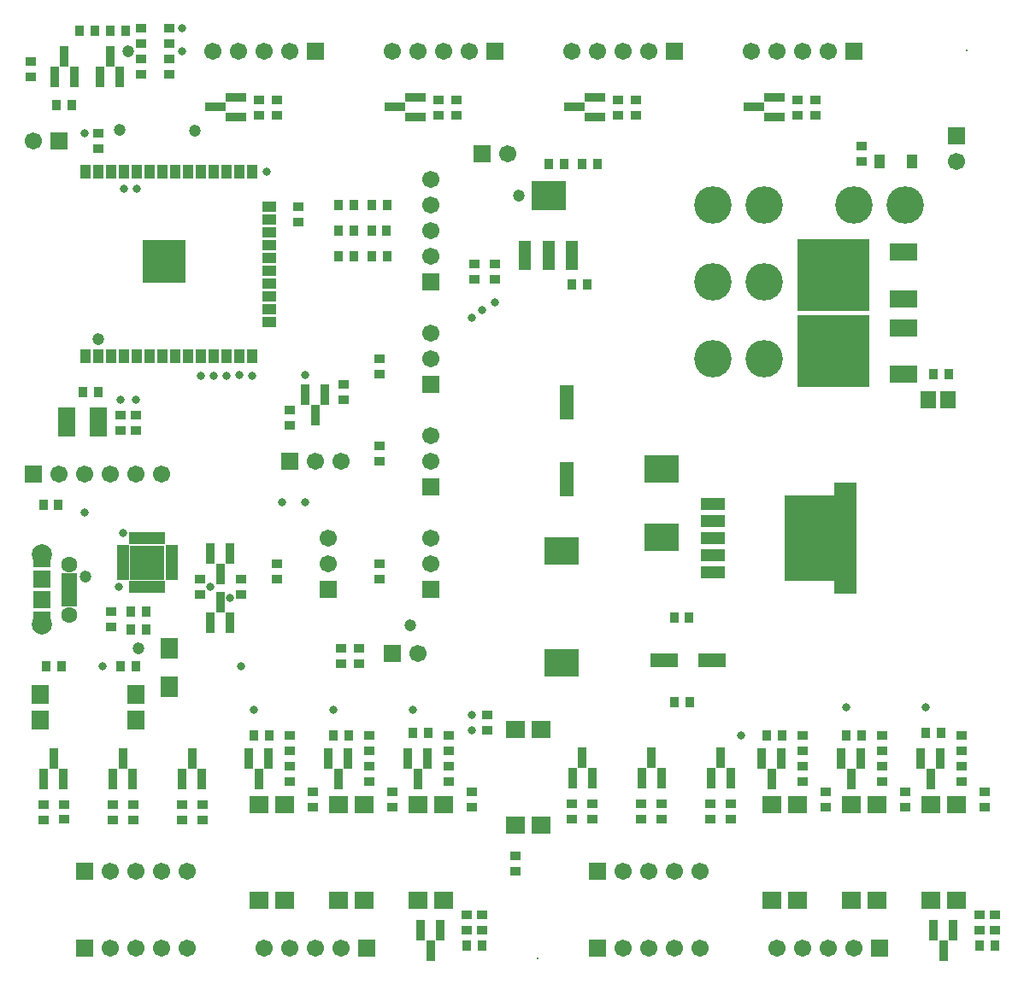
<source format=gts>
G04*
G04 #@! TF.GenerationSoftware,Altium Limited,Altium Designer,18.0.7 (293)*
G04*
G04 Layer_Color=8388736*
%FSLAX23Y23*%
%MOIN*%
G70*
G01*
G75*
%ADD45R,0.069X0.067*%
%ADD46R,0.061X0.026*%
%ADD47R,0.043X0.036*%
%ADD48R,0.138X0.114*%
%ADD49R,0.047X0.114*%
%ADD50R,0.044X0.056*%
%ADD51R,0.138X0.106*%
%ADD52R,0.032X0.079*%
%ADD53R,0.036X0.043*%
%ADD54R,0.284X0.284*%
%ADD55R,0.106X0.067*%
%ADD56R,0.106X0.055*%
%ADD57R,0.063X0.067*%
%ADD58R,0.055X0.134*%
%ADD59R,0.093X0.050*%
%ADD60R,0.283X0.336*%
%ADD61R,0.134X0.110*%
%ADD62R,0.071X0.079*%
%ADD63R,0.067X0.118*%
%ADD64R,0.045X0.020*%
%ADD65R,0.020X0.045*%
%ADD66R,0.132X0.132*%
%ADD67R,0.078X0.068*%
%ADD68R,0.068X0.078*%
%ADD69R,0.079X0.032*%
%ADD70R,0.043X0.055*%
%ADD71R,0.055X0.043*%
%ADD72R,0.165X0.165*%
%ADD73R,0.068X0.068*%
%ADD74R,0.087X0.433*%
%ADD75C,0.079*%
%ADD76C,0.063*%
%ADD77C,0.008*%
%ADD78R,0.067X0.067*%
%ADD79C,0.067*%
%ADD80C,0.146*%
%ADD81R,0.067X0.067*%
%ADD82C,0.032*%
%ADD83C,0.047*%
D45*
X135Y-2340D02*
D03*
Y-2261D02*
D03*
D46*
X240Y-2352D02*
D03*
Y-2326D02*
D03*
Y-2301D02*
D03*
Y-2275D02*
D03*
Y-2249D02*
D03*
D47*
X356Y-580D02*
D03*
Y-521D02*
D03*
X1300Y-2590D02*
D03*
Y-2530D02*
D03*
X1370D02*
D03*
Y-2590D02*
D03*
X3330Y-570D02*
D03*
Y-630D02*
D03*
X1820Y-1030D02*
D03*
Y-1090D02*
D03*
X1900Y-1090D02*
D03*
Y-1030D02*
D03*
X1050Y-2200D02*
D03*
Y-2260D02*
D03*
X1450Y-2200D02*
D03*
Y-2260D02*
D03*
X1450Y-1800D02*
D03*
Y-1740D02*
D03*
X440Y-1680D02*
D03*
Y-1620D02*
D03*
X90Y-300D02*
D03*
Y-241D02*
D03*
X910Y-2260D02*
D03*
Y-2320D02*
D03*
X750Y-2320D02*
D03*
Y-2260D02*
D03*
X405Y-2385D02*
D03*
Y-2445D02*
D03*
X1450Y-1460D02*
D03*
Y-1400D02*
D03*
X630Y-230D02*
D03*
Y-290D02*
D03*
X630Y-170D02*
D03*
Y-110D02*
D03*
X500Y-1680D02*
D03*
Y-1620D02*
D03*
X1136Y-806D02*
D03*
Y-865D02*
D03*
X520Y-230D02*
D03*
Y-290D02*
D03*
X520Y-110D02*
D03*
Y-170D02*
D03*
X1310Y-1500D02*
D03*
Y-1560D02*
D03*
X1100Y-1659D02*
D03*
Y-1600D02*
D03*
X1850Y-3629D02*
D03*
Y-3570D02*
D03*
X1720Y-2990D02*
D03*
Y-3050D02*
D03*
X1410Y-2990D02*
D03*
Y-3050D02*
D03*
X1100Y-2990D02*
D03*
Y-3050D02*
D03*
X1810Y-3090D02*
D03*
Y-3150D02*
D03*
X1720Y-2870D02*
D03*
Y-2930D02*
D03*
X1500Y-3090D02*
D03*
Y-3150D02*
D03*
X1410Y-2870D02*
D03*
Y-2930D02*
D03*
X1190Y-3090D02*
D03*
Y-3150D02*
D03*
X1100Y-2870D02*
D03*
Y-2930D02*
D03*
X1790Y-3629D02*
D03*
Y-3570D02*
D03*
X140Y-3199D02*
D03*
Y-3140D02*
D03*
X410Y-3199D02*
D03*
Y-3140D02*
D03*
X680Y-3199D02*
D03*
Y-3140D02*
D03*
X220Y-3198D02*
D03*
Y-3139D02*
D03*
X490Y-3199D02*
D03*
Y-3140D02*
D03*
X760Y-3199D02*
D03*
Y-3140D02*
D03*
X1980Y-3400D02*
D03*
Y-3340D02*
D03*
X2823Y-3196D02*
D03*
Y-3137D02*
D03*
X2553Y-3196D02*
D03*
Y-3137D02*
D03*
X2743Y-3196D02*
D03*
Y-3137D02*
D03*
X2473Y-3196D02*
D03*
Y-3137D02*
D03*
X2283Y-3195D02*
D03*
Y-3136D02*
D03*
X2203Y-3196D02*
D03*
Y-3137D02*
D03*
X1870Y-2790D02*
D03*
Y-2850D02*
D03*
X3190Y-3090D02*
D03*
Y-3150D02*
D03*
X3100Y-2990D02*
D03*
Y-3050D02*
D03*
X3100Y-2870D02*
D03*
Y-2930D02*
D03*
X3410Y-2990D02*
D03*
Y-3050D02*
D03*
X3500Y-3090D02*
D03*
Y-3150D02*
D03*
X3410Y-2870D02*
D03*
Y-2930D02*
D03*
X3720Y-2990D02*
D03*
Y-3050D02*
D03*
X3850Y-3629D02*
D03*
Y-3570D02*
D03*
X3790Y-3629D02*
D03*
Y-3570D02*
D03*
X3720Y-2870D02*
D03*
Y-2930D02*
D03*
X3810Y-3090D02*
D03*
Y-3150D02*
D03*
X1050Y-450D02*
D03*
Y-390D02*
D03*
X980Y-450D02*
D03*
Y-390D02*
D03*
X1750Y-450D02*
D03*
Y-390D02*
D03*
X1680Y-450D02*
D03*
Y-390D02*
D03*
X2450Y-450D02*
D03*
Y-390D02*
D03*
X2380Y-450D02*
D03*
Y-390D02*
D03*
X3150Y-450D02*
D03*
Y-390D02*
D03*
X3080Y-450D02*
D03*
Y-390D02*
D03*
D48*
X2110Y-764D02*
D03*
D49*
X2201Y-996D02*
D03*
X2110D02*
D03*
X2019D02*
D03*
D50*
X3529Y-630D02*
D03*
X3400D02*
D03*
D51*
X2550Y-1830D02*
D03*
Y-2098D02*
D03*
D52*
X1200Y-1619D02*
D03*
X1163Y-1541D02*
D03*
X1237D02*
D03*
X830Y-2350D02*
D03*
X867Y-2429D02*
D03*
X793D02*
D03*
X830Y-2239D02*
D03*
X793Y-2161D02*
D03*
X867D02*
D03*
X223Y-221D02*
D03*
X260Y-300D02*
D03*
X185D02*
D03*
X400Y-220D02*
D03*
X437Y-299D02*
D03*
X363D02*
D03*
X1650Y-3709D02*
D03*
X1613Y-3630D02*
D03*
X1687D02*
D03*
X3650Y-3709D02*
D03*
X3613Y-3630D02*
D03*
X3687D02*
D03*
X1600Y-3040D02*
D03*
X1563Y-2961D02*
D03*
X1637D02*
D03*
X1290Y-3039D02*
D03*
X1253Y-2961D02*
D03*
X1327D02*
D03*
X980Y-3039D02*
D03*
X943Y-2960D02*
D03*
X1017D02*
D03*
X180D02*
D03*
X217Y-3039D02*
D03*
X143D02*
D03*
X450Y-2960D02*
D03*
X487Y-3039D02*
D03*
X413D02*
D03*
X720Y-2960D02*
D03*
X757Y-3039D02*
D03*
X683D02*
D03*
X2243Y-2957D02*
D03*
X2281Y-3035D02*
D03*
X2206D02*
D03*
X2513Y-2957D02*
D03*
X2551Y-3035D02*
D03*
X2476D02*
D03*
X2783Y-2957D02*
D03*
X2821Y-3035D02*
D03*
X2746D02*
D03*
X2980Y-3039D02*
D03*
X2943Y-2960D02*
D03*
X3017D02*
D03*
X3290Y-3039D02*
D03*
X3253Y-2961D02*
D03*
X3327D02*
D03*
X3600Y-3040D02*
D03*
X3563Y-2961D02*
D03*
X3637D02*
D03*
D53*
X2660Y-2740D02*
D03*
X2600D02*
D03*
X2659Y-2410D02*
D03*
X2600D02*
D03*
X3670Y-1460D02*
D03*
X3610D02*
D03*
X2240Y-640D02*
D03*
X2300D02*
D03*
X2110Y-640D02*
D03*
X2170D02*
D03*
X2260Y-1110D02*
D03*
X2200D02*
D03*
X1350Y-800D02*
D03*
X1290D02*
D03*
X1350Y-900D02*
D03*
X1290D02*
D03*
X1350Y-1000D02*
D03*
X1291D02*
D03*
X1480Y-800D02*
D03*
X1420D02*
D03*
X1479Y-900D02*
D03*
X1420D02*
D03*
X1480Y-1000D02*
D03*
X1420D02*
D03*
X140Y-1970D02*
D03*
X199D02*
D03*
X356Y-1530D02*
D03*
X296D02*
D03*
X480Y-2385D02*
D03*
X540D02*
D03*
X480Y-2455D02*
D03*
X540D02*
D03*
X250Y-410D02*
D03*
X190D02*
D03*
X400Y-120D02*
D03*
X460D02*
D03*
X280D02*
D03*
X340D02*
D03*
X1790Y-3690D02*
D03*
X1850D02*
D03*
X1640Y-2860D02*
D03*
X1580D02*
D03*
X1330Y-2870D02*
D03*
X1270D02*
D03*
X1020D02*
D03*
X960D02*
D03*
X150Y-2600D02*
D03*
X210D02*
D03*
X441Y-2600D02*
D03*
X500D02*
D03*
X3020Y-2870D02*
D03*
X2960D02*
D03*
X3330D02*
D03*
X3270D02*
D03*
X3790Y-3690D02*
D03*
X3850D02*
D03*
X3640Y-2860D02*
D03*
X3580D02*
D03*
D54*
X3222Y-1074D02*
D03*
Y-1369D02*
D03*
D55*
X3494Y-1165D02*
D03*
Y-984D02*
D03*
Y-1460D02*
D03*
Y-1279D02*
D03*
D56*
X2747Y-2577D02*
D03*
X2562D02*
D03*
D57*
X3669Y-1560D02*
D03*
X3591D02*
D03*
D58*
X2180Y-1869D02*
D03*
Y-1570D02*
D03*
D59*
X2750Y-2234D02*
D03*
Y-2167D02*
D03*
Y-2100D02*
D03*
Y-2033D02*
D03*
Y-1966D02*
D03*
D60*
X3170Y-2100D02*
D03*
D61*
X2160Y-2587D02*
D03*
Y-2150D02*
D03*
D62*
X630Y-2530D02*
D03*
Y-2680D02*
D03*
D63*
X233Y-1646D02*
D03*
X356D02*
D03*
D64*
X451Y-2136D02*
D03*
Y-2156D02*
D03*
Y-2176D02*
D03*
Y-2195D02*
D03*
Y-2215D02*
D03*
Y-2235D02*
D03*
Y-2254D02*
D03*
X640D02*
D03*
Y-2235D02*
D03*
Y-2215D02*
D03*
Y-2195D02*
D03*
Y-2176D02*
D03*
Y-2156D02*
D03*
Y-2136D02*
D03*
D65*
X486Y-2290D02*
D03*
X506D02*
D03*
X526D02*
D03*
X545D02*
D03*
X565D02*
D03*
X585D02*
D03*
X604D02*
D03*
Y-2101D02*
D03*
X585D02*
D03*
X565D02*
D03*
X545D02*
D03*
X526D02*
D03*
X506D02*
D03*
X486D02*
D03*
D66*
X545Y-2195D02*
D03*
D67*
X1600Y-3514D02*
D03*
X1700D02*
D03*
X1600Y-3140D02*
D03*
X1700D02*
D03*
X1290Y-3513D02*
D03*
X1390D02*
D03*
X1290Y-3139D02*
D03*
X1390D02*
D03*
X980Y-3513D02*
D03*
X1080D02*
D03*
X980Y-3139D02*
D03*
X1080D02*
D03*
X2080Y-2846D02*
D03*
X1980D02*
D03*
X2080Y-3220D02*
D03*
X1980D02*
D03*
X2980Y-3513D02*
D03*
X3080D02*
D03*
X2980Y-3139D02*
D03*
X3080D02*
D03*
X3290Y-3513D02*
D03*
X3390D02*
D03*
X3290Y-3139D02*
D03*
X3390D02*
D03*
X3600Y-3514D02*
D03*
X3700D02*
D03*
X3600Y-3140D02*
D03*
X3700D02*
D03*
D68*
X501Y-2810D02*
D03*
Y-2710D02*
D03*
X127Y-2810D02*
D03*
Y-2710D02*
D03*
D69*
X811Y-417D02*
D03*
X890Y-380D02*
D03*
Y-455D02*
D03*
X1511Y-417D02*
D03*
X1590Y-380D02*
D03*
Y-455D02*
D03*
X2211Y-417D02*
D03*
X2290Y-380D02*
D03*
Y-455D02*
D03*
X2911Y-417D02*
D03*
X2990Y-380D02*
D03*
Y-455D02*
D03*
D70*
X306Y-1391D02*
D03*
X356D02*
D03*
X406D02*
D03*
X456D02*
D03*
X506D02*
D03*
X556D02*
D03*
X606D02*
D03*
X656D02*
D03*
X706D02*
D03*
X756D02*
D03*
X806D02*
D03*
X856D02*
D03*
X906D02*
D03*
X956D02*
D03*
Y-671D02*
D03*
X906D02*
D03*
X856D02*
D03*
X806D02*
D03*
X756D02*
D03*
X706D02*
D03*
X656D02*
D03*
X606D02*
D03*
X556D02*
D03*
X506D02*
D03*
X456D02*
D03*
X406D02*
D03*
X356D02*
D03*
X306D02*
D03*
D71*
X1021Y-1256D02*
D03*
Y-1206D02*
D03*
Y-1156D02*
D03*
Y-1106D02*
D03*
Y-1056D02*
D03*
Y-1006D02*
D03*
Y-956D02*
D03*
Y-906D02*
D03*
Y-856D02*
D03*
Y-806D02*
D03*
D72*
X610Y-1020D02*
D03*
D73*
X135Y-2421D02*
D03*
Y-2181D02*
D03*
D74*
X3268Y-2100D02*
D03*
D75*
X135Y-2438D02*
D03*
Y-2163D02*
D03*
D76*
X241Y-2399D02*
D03*
Y-2202D02*
D03*
D77*
X3740Y-197D02*
D03*
X2067Y-3740D02*
D03*
D78*
X200Y-550D02*
D03*
X1850Y-600D02*
D03*
X1100Y-1800D02*
D03*
X100Y-1850D02*
D03*
X1500Y-2550D02*
D03*
X2300Y-3400D02*
D03*
Y-3700D02*
D03*
X3400D02*
D03*
X1400D02*
D03*
X300Y-3400D02*
D03*
Y-3700D02*
D03*
X1200Y-200D02*
D03*
X1900D02*
D03*
X2600D02*
D03*
X3300D02*
D03*
D79*
X100Y-550D02*
D03*
X1950Y-600D02*
D03*
X1300Y-1800D02*
D03*
X1200D02*
D03*
X3700Y-630D02*
D03*
X1250Y-2100D02*
D03*
Y-2200D02*
D03*
X1650Y-2100D02*
D03*
Y-2200D02*
D03*
Y-1700D02*
D03*
Y-1800D02*
D03*
Y-1000D02*
D03*
Y-900D02*
D03*
Y-800D02*
D03*
Y-700D02*
D03*
Y-1400D02*
D03*
Y-1300D02*
D03*
X200Y-1850D02*
D03*
X300D02*
D03*
X400D02*
D03*
X500D02*
D03*
X600D02*
D03*
X1600Y-2550D02*
D03*
X2400Y-3400D02*
D03*
X2500D02*
D03*
X2600D02*
D03*
X2700D02*
D03*
X2400Y-3700D02*
D03*
X2500D02*
D03*
X2600D02*
D03*
X2700D02*
D03*
X3300D02*
D03*
X3200D02*
D03*
X3100D02*
D03*
X3000D02*
D03*
X1300D02*
D03*
X1200D02*
D03*
X1100D02*
D03*
X1000D02*
D03*
X400Y-3400D02*
D03*
X500D02*
D03*
X600D02*
D03*
X700D02*
D03*
X400Y-3700D02*
D03*
X500D02*
D03*
X600D02*
D03*
X700D02*
D03*
X1100Y-200D02*
D03*
X1000D02*
D03*
X900D02*
D03*
X800D02*
D03*
X1800D02*
D03*
X1700D02*
D03*
X1600D02*
D03*
X1500D02*
D03*
X2500D02*
D03*
X2400D02*
D03*
X2300D02*
D03*
X2200D02*
D03*
X3200D02*
D03*
X3100D02*
D03*
X3000D02*
D03*
X2900D02*
D03*
D80*
X3300Y-800D02*
D03*
X3500D02*
D03*
X2950Y-1400D02*
D03*
X2750D02*
D03*
X2950Y-1100D02*
D03*
X2750D02*
D03*
X2950Y-800D02*
D03*
X2750D02*
D03*
D81*
X3700Y-530D02*
D03*
X1250Y-2300D02*
D03*
X1650D02*
D03*
Y-1900D02*
D03*
Y-1100D02*
D03*
Y-1500D02*
D03*
D82*
X571Y-2165D02*
D03*
X512Y-2185D02*
D03*
X551Y-2224D02*
D03*
X512D02*
D03*
X1160Y-1960D02*
D03*
X1070D02*
D03*
X301Y-521D02*
D03*
X1900Y-1180D02*
D03*
X3580Y-2760D02*
D03*
X3270D02*
D03*
X2860Y-2870D02*
D03*
X1850Y-1210D02*
D03*
X1810Y-1240D02*
D03*
X1010Y-670D02*
D03*
X1163Y-1463D02*
D03*
X1580Y-2770D02*
D03*
X956Y-1466D02*
D03*
X1810Y-2850D02*
D03*
X1810Y-2790D02*
D03*
X1270Y-2770D02*
D03*
X960D02*
D03*
X910Y-2600D02*
D03*
X906Y-1464D02*
D03*
X856Y-1466D02*
D03*
X806D02*
D03*
X756D02*
D03*
X790Y-2290D02*
D03*
X440Y-1560D02*
D03*
X500Y-1560D02*
D03*
X370Y-2600D02*
D03*
X867Y-2333D02*
D03*
X450Y-2080D02*
D03*
X300Y-2000D02*
D03*
X435Y-2290D02*
D03*
X506Y-736D02*
D03*
X456D02*
D03*
X680Y-200D02*
D03*
X680Y-110D02*
D03*
D83*
X1570Y-2440D02*
D03*
X356Y-1324D02*
D03*
X437Y-507D02*
D03*
X1994Y-764D02*
D03*
X730Y-510D02*
D03*
X510Y-2530D02*
D03*
X304Y-2249D02*
D03*
X470Y-200D02*
D03*
M02*

</source>
